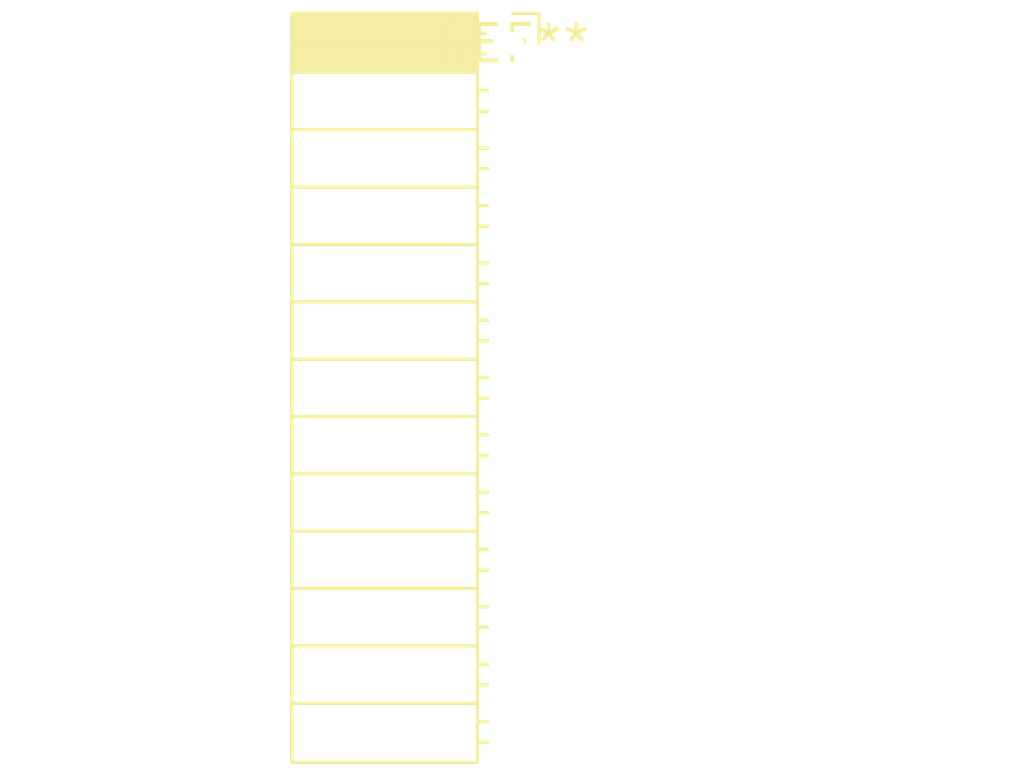
<source format=kicad_pcb>
(kicad_pcb (version 20240108) (generator pcbnew)
  (layers (0 "F.Cu" signal) (31 "B.Cu" signal) (34 "B.Paste" user) (35 "F.Paste" user) (36 "B.SilkS" user "B.Silkscreen") (37 "F.SilkS" user "F.Silkscreen") (38 "B.Mask" user) (39 "F.Mask" user) (44 "Edge.Cuts" user))
  (net 0 "")
  (footprint "PinSocket_1x13_P2.00mm_Horizontal" (layer "F.Cu") (at 0 0)
    (property "Reference" "REF**")
    (property "Value" "PinSocket_1x13_P2.00mm_Horizontal")
    (fp_line (start -7.68 -1.06) (end -7.68 25.06) (layer "F.SilkS") (stroke (width 0.12)))
    (fp_line (start -7.68 -1.06) (end -1.21 -1.06) (layer "F.SilkS") (stroke (width 0.12)))
    (fp_line (start -7.68 -0.94) (end -1.21 -0.94) (layer "F.SilkS") (stroke (width 0.12)))
    (fp_line (start -7.68 -0.825882) (end -1.21 -0.825882) (layer "F.SilkS") (stroke (width 0.12)))
    (fp_line (start -7.68 -0.711764) (end -1.21 -0.711764) (layer "F.SilkS") (stroke (width 0.12)))
    (fp_line (start -7.68 -0.597646) (end -1.21 -0.597646) (layer "F.SilkS") (stroke (width 0.12)))
    (fp_line (start -7.68 -0.483528) (end -1.21 -0.483528) (layer "F.SilkS") (stroke (width 0.12)))
    (fp_line (start -7.68 -0.36941) (end -1.21 -0.36941) (layer "F.SilkS") (stroke (width 0.12)))
    (fp_line (start -7.68 -0.255292) (end -1.21 -0.255292) (layer "F.SilkS") (stroke (width 0.12)))
    (fp_line (start -7.68 -0.141174) (end -1.21 -0.141174) (layer "F.SilkS") (stroke (width 0.12)))
    (fp_line (start -7.68 -0.027056) (end -1.21 -0.027056) (layer "F.SilkS") (stroke (width 0.12)))
    (fp_line (start -7.68 0.087062) (end -1.21 0.087062) (layer "F.SilkS") (stroke (width 0.12)))
    (fp_line (start -7.68 0.20118) (end -1.21 0.20118) (layer "F.SilkS") (stroke (width 0.12)))
    (fp_line (start -7.68 0.315298) (end -1.21 0.315298) (layer "F.SilkS") (stroke (width 0.12)))
    (fp_line (start -7.68 0.429416) (end -1.21 0.429416) (layer "F.SilkS") (stroke (width 0.12)))
    (fp_line (start -7.68 0.543534) (end -1.21 0.543534) (layer "F.SilkS") (stroke (width 0.12)))
    (fp_line (start -7.68 0.657652) (end -1.21 0.657652) (layer "F.SilkS") (stroke (width 0.12)))
    (fp_line (start -7.68 0.77177) (end -1.21 0.77177) (layer "F.SilkS") (stroke (width 0.12)))
    (fp_line (start -7.68 0.885888) (end -1.21 0.885888) (layer "F.SilkS") (stroke (width 0.12)))
    (fp_line (start -7.68 1) (end -1.21 1) (layer "F.SilkS") (stroke (width 0.12)))
    (fp_line (start -7.68 3) (end -1.21 3) (layer "F.SilkS") (stroke (width 0.12)))
    (fp_line (start -7.68 5) (end -1.21 5) (layer "F.SilkS") (stroke (width 0.12)))
    (fp_line (start -7.68 7) (end -1.21 7) (layer "F.SilkS") (stroke (width 0.12)))
    (fp_line (start -7.68 9) (end -1.21 9) (layer "F.SilkS") (stroke (width 0.12)))
    (fp_line (start -7.68 11) (end -1.21 11) (layer "F.SilkS") (stroke (width 0.12)))
    (fp_line (start -7.68 13) (end -1.21 13) (layer "F.SilkS") (stroke (width 0.12)))
    (fp_line (start -7.68 15) (end -1.21 15) (layer "F.SilkS") (stroke (width 0.12)))
    (fp_line (start -7.68 17) (end -1.21 17) (layer "F.SilkS") (stroke (width 0.12)))
    (fp_line (start -7.68 19) (end -1.21 19) (layer "F.SilkS") (stroke (width 0.12)))
    (fp_line (start -7.68 21) (end -1.21 21) (layer "F.SilkS") (stroke (width 0.12)))
    (fp_line (start -7.68 23) (end -1.21 23) (layer "F.SilkS") (stroke (width 0.12)))
    (fp_line (start -7.68 25.06) (end -1.21 25.06) (layer "F.SilkS") (stroke (width 0.12)))
    (fp_line (start -1.21 -1.06) (end -1.21 25.06) (layer "F.SilkS") (stroke (width 0.12)))
    (fp_line (start -1.21 -0.36) (end -0.935 -0.36) (layer "F.SilkS") (stroke (width 0.12)))
    (fp_line (start -1.21 0.36) (end -0.935 0.36) (layer "F.SilkS") (stroke (width 0.12)))
    (fp_line (start -1.21 1.64) (end -0.862917 1.64) (layer "F.SilkS") (stroke (width 0.12)))
    (fp_line (start -1.21 2.36) (end -0.862917 2.36) (layer "F.SilkS") (stroke (width 0.12)))
    (fp_line (start -1.21 3.64) (end -0.862917 3.64) (layer "F.SilkS") (stroke (width 0.12)))
    (fp_line (start -1.21 4.36) (end -0.862917 4.36) (layer "F.SilkS") (stroke (width 0.12)))
    (fp_line (start -1.21 5.64) (end -0.862917 5.64) (layer "F.SilkS") (stroke (width 0.12)))
    (fp_line (start -1.21 6.36) (end -0.862917 6.36) (layer "F.SilkS") (stroke (width 0.12)))
    (fp_line (start -1.21 7.64) (end -0.862917 7.64) (layer "F.SilkS") (stroke (width 0.12)))
    (fp_line (start -1.21 8.36) (end -0.862917 8.36) (layer "F.SilkS") (stroke (width 0.12)))
    (fp_line (start -1.21 9.64) (end -0.862917 9.64) (layer "F.SilkS") (stroke (width 0.12)))
    (fp_line (start -1.21 10.36) (end -0.862917 10.36) (layer "F.SilkS") (stroke (width 0.12)))
    (fp_line (start -1.21 11.64) (end -0.862917 11.64) (layer "F.SilkS") (stroke (width 0.12)))
    (fp_line (start -1.21 12.36) (end -0.862917 12.36) (layer "F.SilkS") (stroke (width 0.12)))
    (fp_line (start -1.21 13.64) (end -0.862917 13.64) (layer "F.SilkS") (stroke (width 0.12)))
    (fp_line (start -1.21 14.36) (end -0.862917 14.36) (layer "F.SilkS") (stroke (width 0.12)))
    (fp_line (start -1.21 15.64) (end -0.862917 15.64) (layer "F.SilkS") (stroke (width 0.12)))
    (fp_line (start -1.21 16.36) (end -0.862917 16.36) (layer "F.SilkS") (stroke (width 0.12)))
    (fp_line (start -1.21 17.64) (end -0.862917 17.64) (layer "F.SilkS") (stroke (width 0.12)))
    (fp_line (start -1.21 18.36) (end -0.862917 18.36) (layer "F.SilkS") (stroke (width 0.12)))
    (fp_line (start -1.21 19.64) (end -0.862917 19.64) (layer "F.SilkS") (stroke (width 0.12)))
    (fp_line (start -1.21 20.36) (end -0.862917 20.36) (layer "F.SilkS") (stroke (width 0.12)))
    (fp_line (start -1.21 21.64) (end -0.862917 21.64) (layer "F.SilkS") (stroke (width 0.12)))
    (fp_line (start -1.21 22.36) (end -0.862917 22.36) (layer "F.SilkS") (stroke (width 0.12)))
    (fp_line (start -1.21 23.64) (end -0.862917 23.64) (layer "F.SilkS") (stroke (width 0.12)))
    (fp_line (start -1.21 24.36) (end -0.862917 24.36) (layer "F.SilkS") (stroke (width 0.12)))
    (fp_line (start 0 -1.06) (end 0.935 -1.06) (layer "F.SilkS") (stroke (width 0.12)))
    (fp_line (start 0.935 -1.06) (end 0.935 0) (layer "F.SilkS") (stroke (width 0.12)))
    (pad "1" thru_hole rect (at 0 0) (size 1.35 1.35) (drill 0.8) (layers *.Cu *.Mask) (remove_unused_layers))
    (pad "2" thru_hole oval (at 0 2) (size 1.35 1.35) (drill 0.8) (layers *.Cu *.Mask) (remove_unused_layers))
    (pad "3" thru_hole oval (at 0 4) (size 1.35 1.35) (drill 0.8) (layers *.Cu *.Mask) (remove_unused_layers))
    (pad "4" thru_hole oval (at 0 6) (size 1.35 1.35) (drill 0.8) (layers *.Cu *.Mask) (remove_unused_layers))
    (pad "5" thru_hole oval (at 0 8) (size 1.35 1.35) (drill 0.8) (layers *.Cu *.Mask) (remove_unused_layers))
    (pad "6" thru_hole oval (at 0 10) (size 1.35 1.35) (drill 0.8) (layers *.Cu *.Mask) (remove_unused_layers))
    (pad "7" thru_hole oval (at 0 12) (size 1.35 1.35) (drill 0.8) (layers *.Cu *.Mask) (remove_unused_layers))
    (pad "8" thru_hole oval (at 0 14) (size 1.35 1.35) (drill 0.8) (layers *.Cu *.Mask) (remove_unused_layers))
    (pad "9" thru_hole oval (at 0 16) (size 1.35 1.35) (drill 0.8) (layers *.Cu *.Mask) (remove_unused_layers))
    (pad "10" thru_hole oval (at 0 18) (size 1.35 1.35) (drill 0.8) (layers *.Cu *.Mask) (remove_unused_layers))
    (pad "11" thru_hole oval (at 0 20) (size 1.35 1.35) (drill 0.8) (layers *.Cu *.Mask) (remove_unused_layers))
    (pad "12" thru_hole oval (at 0 22) (size 1.35 1.35) (drill 0.8) (layers *.Cu *.Mask) (remove_unused_layers))
    (pad "13" thru_hole oval (at 0 24) (size 1.35 1.35) (drill 0.8) (layers *.Cu *.Mask) (remove_unused_layers))
  )
)
</source>
